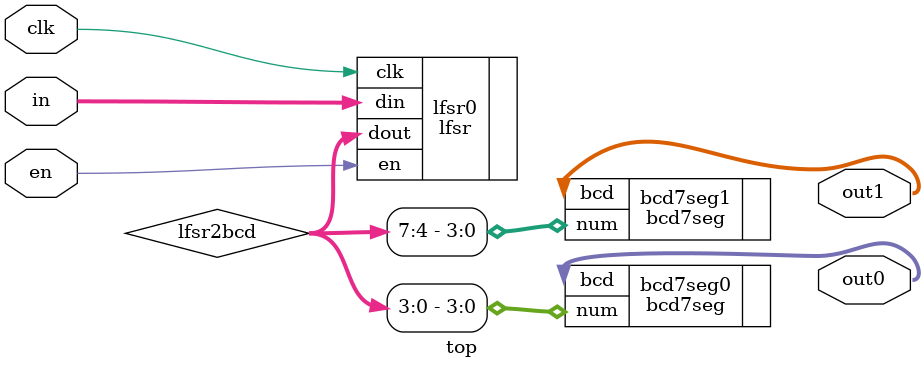
<source format=v>
module top (clk, en, in, out0, out1);
	input 			clk, en;
	input [7:0] 	in;
	output [7:0] 	out0, out1;

	lfsr lfsr0 (
		.clk 	(clk),
		.en 	(en),
		.din 	(in),
		.dout 	(lfsr2bcd)
	);

	wire [7:0] lfsr2bcd;

	bcd7seg bcd7seg0 (
		.num 	(lfsr2bcd[3:0]),
		.bcd 	(out0)
	);

	bcd7seg bcd7seg1 (
		.num 	(lfsr2bcd[7:4]),
		.bcd 	(out1)
	);

endmodule

</source>
